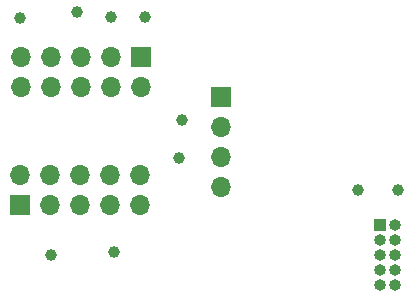
<source format=gts>
%TF.GenerationSoftware,KiCad,Pcbnew,5.1.8-db9833491~88~ubuntu20.04.1*%
%TF.CreationDate,2021-01-24T20:33:40-05:00*%
%TF.ProjectId,v2.1_breakout,76322e31-5f62-4726-9561-6b6f75742e6b,rev?*%
%TF.SameCoordinates,Original*%
%TF.FileFunction,Soldermask,Top*%
%TF.FilePolarity,Negative*%
%FSLAX46Y46*%
G04 Gerber Fmt 4.6, Leading zero omitted, Abs format (unit mm)*
G04 Created by KiCad (PCBNEW 5.1.8-db9833491~88~ubuntu20.04.1) date 2021-01-24 20:33:40*
%MOMM*%
%LPD*%
G01*
G04 APERTURE LIST*
%ADD10O,1.000000X1.000000*%
%ADD11R,1.000000X1.000000*%
%ADD12C,1.000000*%
%ADD13O,1.700000X1.700000*%
%ADD14R,1.700000X1.700000*%
G04 APERTURE END LIST*
D10*
%TO.C,J2*%
X76470000Y-171080000D03*
X75200000Y-171080000D03*
X76470000Y-169810000D03*
X75200000Y-169810000D03*
X76470000Y-168540000D03*
X75200000Y-168540000D03*
X76470000Y-167270000D03*
X75200000Y-167270000D03*
X76470000Y-166000000D03*
D11*
X75200000Y-166000000D03*
%TD*%
D12*
%TO.C,TP10*%
X52700000Y-168300000D03*
%TD*%
%TO.C,TP9*%
X49500000Y-148000000D03*
%TD*%
%TO.C,TP8*%
X47300000Y-168500000D03*
%TD*%
%TO.C,TP7*%
X44700000Y-148500000D03*
%TD*%
%TO.C,TP6*%
X76700000Y-163000000D03*
%TD*%
%TO.C,TP5*%
X73300000Y-163000000D03*
%TD*%
%TO.C,TP4*%
X58400000Y-157100000D03*
%TD*%
%TO.C,TP3*%
X55300000Y-148400000D03*
%TD*%
%TO.C,TP2*%
X58200000Y-160300000D03*
%TD*%
%TO.C,TP1*%
X52400000Y-148400000D03*
%TD*%
D13*
%TO.C,J4*%
X61700000Y-162820000D03*
X61700000Y-160280000D03*
X61700000Y-157740000D03*
D14*
X61700000Y-155200000D03*
%TD*%
D13*
%TO.C,J3*%
X54860000Y-161760000D03*
X54860000Y-164300000D03*
X52320000Y-161760000D03*
X52320000Y-164300000D03*
X49780000Y-161760000D03*
X49780000Y-164300000D03*
X47240000Y-161760000D03*
X47240000Y-164300000D03*
X44700000Y-161760000D03*
D14*
X44700000Y-164300000D03*
%TD*%
D13*
%TO.C,J1*%
X44810000Y-154340000D03*
X44810000Y-151800000D03*
X47350000Y-154340000D03*
X47350000Y-151800000D03*
X49890000Y-154340000D03*
X49890000Y-151800000D03*
X52430000Y-154340000D03*
X52430000Y-151800000D03*
X54970000Y-154340000D03*
D14*
X54970000Y-151800000D03*
%TD*%
M02*

</source>
